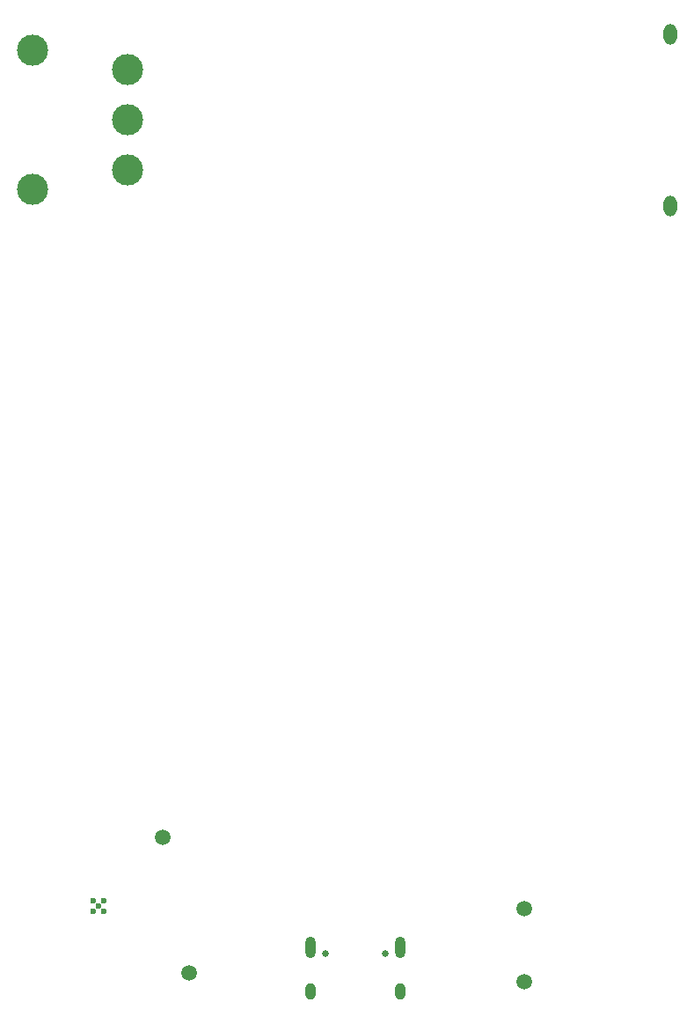
<source format=gbr>
%TF.GenerationSoftware,KiCad,Pcbnew,8.0.9*%
%TF.CreationDate,2025-05-02T13:50:10-07:00*%
%TF.ProjectId,EV12 Board Design,45563132-2042-46f6-9172-642044657369,EV12*%
%TF.SameCoordinates,Original*%
%TF.FileFunction,Soldermask,Bot*%
%TF.FilePolarity,Negative*%
%FSLAX46Y46*%
G04 Gerber Fmt 4.6, Leading zero omitted, Abs format (unit mm)*
G04 Created by KiCad (PCBNEW 8.0.9) date 2025-05-02 13:50:10*
%MOMM*%
%LPD*%
G01*
G04 APERTURE LIST*
%ADD10O,1.300000X2.000000*%
%ADD11C,1.500000*%
%ADD12C,3.000000*%
%ADD13O,1.000000X1.600000*%
%ADD14O,1.000000X2.100000*%
%ADD15C,0.650000*%
%ADD16C,0.600000*%
G04 APERTURE END LIST*
D10*
%TO.C,SW2*%
X177360000Y-52090000D03*
%TD*%
%TO.C,SW1*%
X177360000Y-68590000D03*
%TD*%
D11*
%TO.C,TP1*%
X128510000Y-129290000D03*
%TD*%
%TO.C,TP2*%
X131010000Y-142290000D03*
%TD*%
D12*
%TO.C,SW6*%
X115910000Y-66940000D03*
X115910000Y-53640000D03*
X125110000Y-55490000D03*
X125110000Y-60290000D03*
X125110000Y-65090000D03*
%TD*%
D11*
%TO.C,J2*%
X163260000Y-136140000D03*
X163260000Y-143140000D03*
%TD*%
D13*
%TO.C,J9*%
X151320000Y-144096000D03*
D14*
X151320000Y-139916000D03*
D13*
X142680000Y-144096000D03*
D14*
X142680000Y-139916000D03*
D15*
X149890000Y-140446000D03*
X144110000Y-140446000D03*
%TD*%
D16*
%TO.C,U7*%
X121770000Y-136430000D03*
X122770000Y-136430000D03*
X122270000Y-135930000D03*
X121770000Y-135430000D03*
X122770000Y-135430000D03*
%TD*%
M02*

</source>
